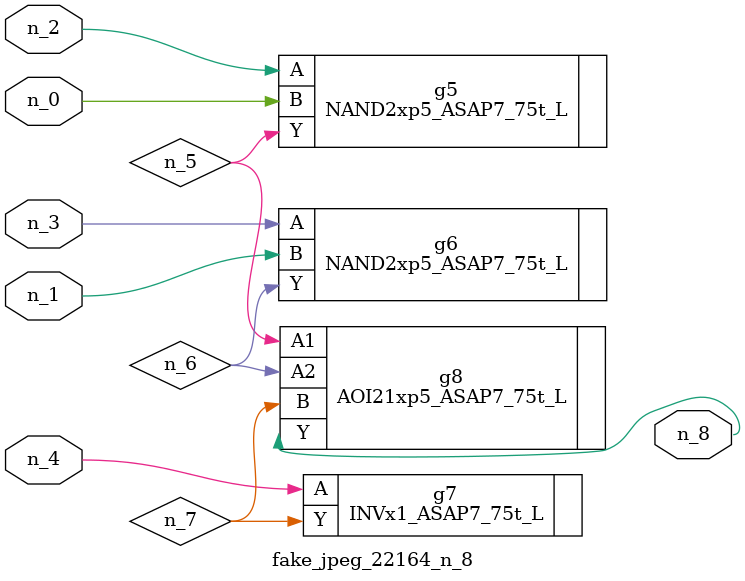
<source format=v>
module fake_jpeg_22164_n_8 (n_3, n_2, n_1, n_0, n_4, n_8);

input n_3;
input n_2;
input n_1;
input n_0;
input n_4;

output n_8;

wire n_6;
wire n_5;
wire n_7;

NAND2xp5_ASAP7_75t_L g5 ( 
.A(n_2),
.B(n_0),
.Y(n_5)
);

NAND2xp5_ASAP7_75t_L g6 ( 
.A(n_3),
.B(n_1),
.Y(n_6)
);

INVx1_ASAP7_75t_L g7 ( 
.A(n_4),
.Y(n_7)
);

AOI21xp5_ASAP7_75t_L g8 ( 
.A1(n_5),
.A2(n_6),
.B(n_7),
.Y(n_8)
);


endmodule
</source>
